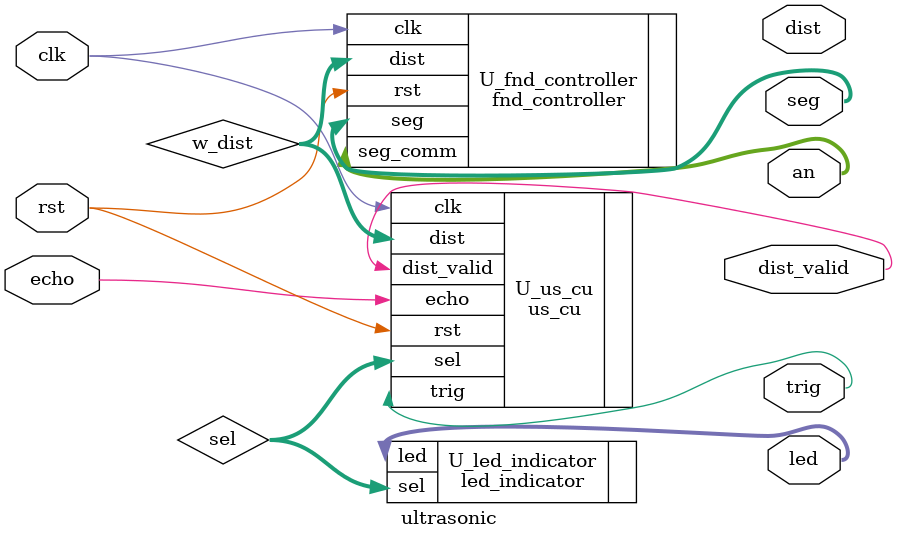
<source format=v>
`timescale 1ns / 1ps

module ultrasonic(
    input clk, rst, echo,
    output trig,
    output [7:0] seg,
    output [3:0] an,
    output [4:0] led,
    output [8:0] dist,
    output dist_valid
    );

    wire [8:0] w_dist;
    wire [2:0] sel;
    wire btn_out_pulse;

    us_cu U_us_cu(
        .clk(clk),
        .rst(rst),
        .echo(echo),
        .trig(trig),
        .dist(w_dist),
        .sel(sel),
        .dist_valid(dist_valid)
    );

    led_indicator U_led_indicator(
        .sel(sel),
        .led(led)
    );

    fnd_controller U_fnd_controller(
        .dist(w_dist),
        .clk(clk),
        .rst(rst),
        .seg(seg),
        .seg_comm(an)
    );

endmodule

</source>
